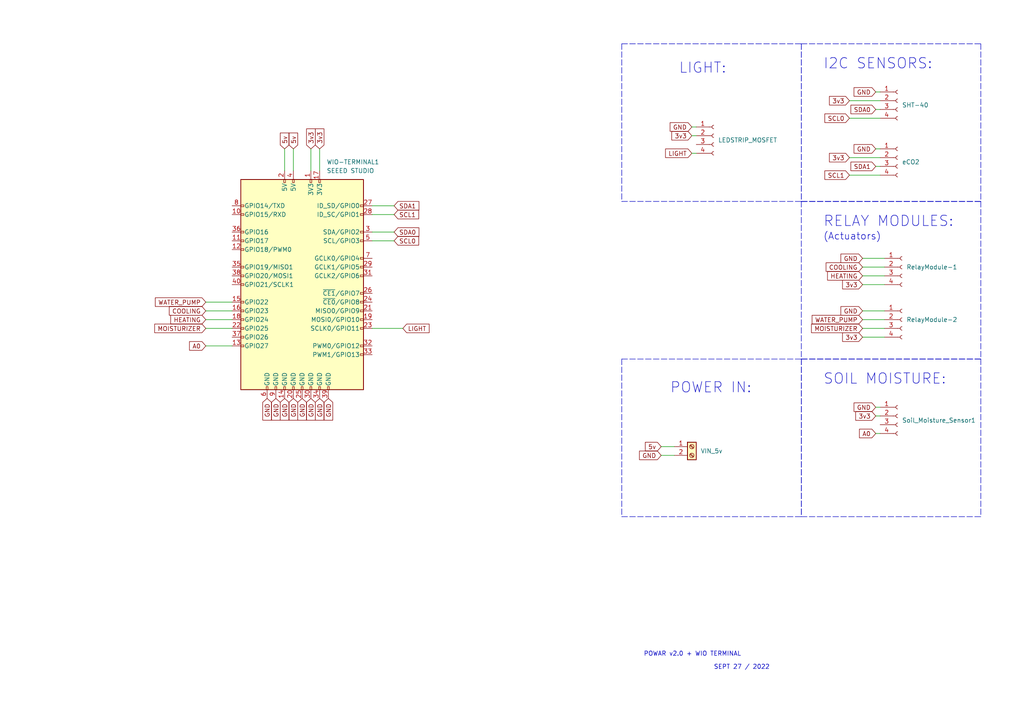
<source format=kicad_sch>
(kicad_sch (version 20211123) (generator eeschema)

  (uuid a9f1ac8b-aa37-4e71-9d71-e8ddd88ede2f)

  (paper "A4")

  (lib_symbols
    (symbol "Connector:Conn_01x04_Female" (pin_names (offset 1.016) hide) (in_bom yes) (on_board yes)
      (property "Reference" "J" (id 0) (at 0 5.08 0)
        (effects (font (size 1.27 1.27)))
      )
      (property "Value" "Conn_01x04_Female" (id 1) (at 0 -7.62 0)
        (effects (font (size 1.27 1.27)))
      )
      (property "Footprint" "" (id 2) (at 0 0 0)
        (effects (font (size 1.27 1.27)) hide)
      )
      (property "Datasheet" "~" (id 3) (at 0 0 0)
        (effects (font (size 1.27 1.27)) hide)
      )
      (property "ki_keywords" "connector" (id 4) (at 0 0 0)
        (effects (font (size 1.27 1.27)) hide)
      )
      (property "ki_description" "Generic connector, single row, 01x04, script generated (kicad-library-utils/schlib/autogen/connector/)" (id 5) (at 0 0 0)
        (effects (font (size 1.27 1.27)) hide)
      )
      (property "ki_fp_filters" "Connector*:*_1x??_*" (id 6) (at 0 0 0)
        (effects (font (size 1.27 1.27)) hide)
      )
      (symbol "Conn_01x04_Female_1_1"
        (arc (start 0 -4.572) (mid -0.508 -5.08) (end 0 -5.588)
          (stroke (width 0.1524) (type default) (color 0 0 0 0))
          (fill (type none))
        )
        (arc (start 0 -2.032) (mid -0.508 -2.54) (end 0 -3.048)
          (stroke (width 0.1524) (type default) (color 0 0 0 0))
          (fill (type none))
        )
        (polyline
          (pts
            (xy -1.27 -5.08)
            (xy -0.508 -5.08)
          )
          (stroke (width 0.1524) (type default) (color 0 0 0 0))
          (fill (type none))
        )
        (polyline
          (pts
            (xy -1.27 -2.54)
            (xy -0.508 -2.54)
          )
          (stroke (width 0.1524) (type default) (color 0 0 0 0))
          (fill (type none))
        )
        (polyline
          (pts
            (xy -1.27 0)
            (xy -0.508 0)
          )
          (stroke (width 0.1524) (type default) (color 0 0 0 0))
          (fill (type none))
        )
        (polyline
          (pts
            (xy -1.27 2.54)
            (xy -0.508 2.54)
          )
          (stroke (width 0.1524) (type default) (color 0 0 0 0))
          (fill (type none))
        )
        (arc (start 0 0.508) (mid -0.508 0) (end 0 -0.508)
          (stroke (width 0.1524) (type default) (color 0 0 0 0))
          (fill (type none))
        )
        (arc (start 0 3.048) (mid -0.508 2.54) (end 0 2.032)
          (stroke (width 0.1524) (type default) (color 0 0 0 0))
          (fill (type none))
        )
        (pin passive line (at -5.08 2.54 0) (length 3.81)
          (name "Pin_1" (effects (font (size 1.27 1.27))))
          (number "1" (effects (font (size 1.27 1.27))))
        )
        (pin passive line (at -5.08 0 0) (length 3.81)
          (name "Pin_2" (effects (font (size 1.27 1.27))))
          (number "2" (effects (font (size 1.27 1.27))))
        )
        (pin passive line (at -5.08 -2.54 0) (length 3.81)
          (name "Pin_3" (effects (font (size 1.27 1.27))))
          (number "3" (effects (font (size 1.27 1.27))))
        )
        (pin passive line (at -5.08 -5.08 0) (length 3.81)
          (name "Pin_4" (effects (font (size 1.27 1.27))))
          (number "4" (effects (font (size 1.27 1.27))))
        )
      )
    )
    (symbol "Connector:Raspberry_Pi_2_3" (pin_names (offset 1.016)) (in_bom yes) (on_board yes)
      (property "Reference" "J" (id 0) (at -17.78 31.75 0)
        (effects (font (size 1.27 1.27)) (justify left bottom))
      )
      (property "Value" "Raspberry_Pi_2_3" (id 1) (at 10.16 -31.75 0)
        (effects (font (size 1.27 1.27)) (justify left top))
      )
      (property "Footprint" "" (id 2) (at 0 0 0)
        (effects (font (size 1.27 1.27)) hide)
      )
      (property "Datasheet" "https://www.raspberrypi.org/documentation/hardware/raspberrypi/schematics/rpi_SCH_3bplus_1p0_reduced.pdf" (id 3) (at 0 0 0)
        (effects (font (size 1.27 1.27)) hide)
      )
      (property "ki_keywords" "raspberrypi gpio" (id 4) (at 0 0 0)
        (effects (font (size 1.27 1.27)) hide)
      )
      (property "ki_description" "expansion header for Raspberry Pi 2 & 3" (id 5) (at 0 0 0)
        (effects (font (size 1.27 1.27)) hide)
      )
      (property "ki_fp_filters" "PinHeader*2x20*P2.54mm*Vertical* PinSocket*2x20*P2.54mm*Vertical*" (id 6) (at 0 0 0)
        (effects (font (size 1.27 1.27)) hide)
      )
      (symbol "Raspberry_Pi_2_3_0_1"
        (rectangle (start -17.78 30.48) (end 17.78 -30.48)
          (stroke (width 0.254) (type default) (color 0 0 0 0))
          (fill (type background))
        )
      )
      (symbol "Raspberry_Pi_2_3_1_1"
        (rectangle (start -16.891 -17.526) (end -17.78 -18.034)
          (stroke (width 0) (type default) (color 0 0 0 0))
          (fill (type none))
        )
        (rectangle (start -16.891 -14.986) (end -17.78 -15.494)
          (stroke (width 0) (type default) (color 0 0 0 0))
          (fill (type none))
        )
        (rectangle (start -16.891 -12.446) (end -17.78 -12.954)
          (stroke (width 0) (type default) (color 0 0 0 0))
          (fill (type none))
        )
        (rectangle (start -16.891 -9.906) (end -17.78 -10.414)
          (stroke (width 0) (type default) (color 0 0 0 0))
          (fill (type none))
        )
        (rectangle (start -16.891 -7.366) (end -17.78 -7.874)
          (stroke (width 0) (type default) (color 0 0 0 0))
          (fill (type none))
        )
        (rectangle (start -16.891 -4.826) (end -17.78 -5.334)
          (stroke (width 0) (type default) (color 0 0 0 0))
          (fill (type none))
        )
        (rectangle (start -16.891 0.254) (end -17.78 -0.254)
          (stroke (width 0) (type default) (color 0 0 0 0))
          (fill (type none))
        )
        (rectangle (start -16.891 2.794) (end -17.78 2.286)
          (stroke (width 0) (type default) (color 0 0 0 0))
          (fill (type none))
        )
        (rectangle (start -16.891 5.334) (end -17.78 4.826)
          (stroke (width 0) (type default) (color 0 0 0 0))
          (fill (type none))
        )
        (rectangle (start -16.891 10.414) (end -17.78 9.906)
          (stroke (width 0) (type default) (color 0 0 0 0))
          (fill (type none))
        )
        (rectangle (start -16.891 12.954) (end -17.78 12.446)
          (stroke (width 0) (type default) (color 0 0 0 0))
          (fill (type none))
        )
        (rectangle (start -16.891 15.494) (end -17.78 14.986)
          (stroke (width 0) (type default) (color 0 0 0 0))
          (fill (type none))
        )
        (rectangle (start -16.891 20.574) (end -17.78 20.066)
          (stroke (width 0) (type default) (color 0 0 0 0))
          (fill (type none))
        )
        (rectangle (start -16.891 23.114) (end -17.78 22.606)
          (stroke (width 0) (type default) (color 0 0 0 0))
          (fill (type none))
        )
        (rectangle (start -10.414 -29.591) (end -9.906 -30.48)
          (stroke (width 0) (type default) (color 0 0 0 0))
          (fill (type none))
        )
        (rectangle (start -7.874 -29.591) (end -7.366 -30.48)
          (stroke (width 0) (type default) (color 0 0 0 0))
          (fill (type none))
        )
        (rectangle (start -5.334 -29.591) (end -4.826 -30.48)
          (stroke (width 0) (type default) (color 0 0 0 0))
          (fill (type none))
        )
        (rectangle (start -5.334 30.48) (end -4.826 29.591)
          (stroke (width 0) (type default) (color 0 0 0 0))
          (fill (type none))
        )
        (rectangle (start -2.794 -29.591) (end -2.286 -30.48)
          (stroke (width 0) (type default) (color 0 0 0 0))
          (fill (type none))
        )
        (rectangle (start -2.794 30.48) (end -2.286 29.591)
          (stroke (width 0) (type default) (color 0 0 0 0))
          (fill (type none))
        )
        (rectangle (start -0.254 -29.591) (end 0.254 -30.48)
          (stroke (width 0) (type default) (color 0 0 0 0))
          (fill (type none))
        )
        (rectangle (start 2.286 -29.591) (end 2.794 -30.48)
          (stroke (width 0) (type default) (color 0 0 0 0))
          (fill (type none))
        )
        (rectangle (start 2.286 30.48) (end 2.794 29.591)
          (stroke (width 0) (type default) (color 0 0 0 0))
          (fill (type none))
        )
        (rectangle (start 4.826 -29.591) (end 5.334 -30.48)
          (stroke (width 0) (type default) (color 0 0 0 0))
          (fill (type none))
        )
        (rectangle (start 4.826 30.48) (end 5.334 29.591)
          (stroke (width 0) (type default) (color 0 0 0 0))
          (fill (type none))
        )
        (rectangle (start 7.366 -29.591) (end 7.874 -30.48)
          (stroke (width 0) (type default) (color 0 0 0 0))
          (fill (type none))
        )
        (rectangle (start 17.78 -20.066) (end 16.891 -20.574)
          (stroke (width 0) (type default) (color 0 0 0 0))
          (fill (type none))
        )
        (rectangle (start 17.78 -17.526) (end 16.891 -18.034)
          (stroke (width 0) (type default) (color 0 0 0 0))
          (fill (type none))
        )
        (rectangle (start 17.78 -12.446) (end 16.891 -12.954)
          (stroke (width 0) (type default) (color 0 0 0 0))
          (fill (type none))
        )
        (rectangle (start 17.78 -9.906) (end 16.891 -10.414)
          (stroke (width 0) (type default) (color 0 0 0 0))
          (fill (type none))
        )
        (rectangle (start 17.78 -7.366) (end 16.891 -7.874)
          (stroke (width 0) (type default) (color 0 0 0 0))
          (fill (type none))
        )
        (rectangle (start 17.78 -4.826) (end 16.891 -5.334)
          (stroke (width 0) (type default) (color 0 0 0 0))
          (fill (type none))
        )
        (rectangle (start 17.78 -2.286) (end 16.891 -2.794)
          (stroke (width 0) (type default) (color 0 0 0 0))
          (fill (type none))
        )
        (rectangle (start 17.78 2.794) (end 16.891 2.286)
          (stroke (width 0) (type default) (color 0 0 0 0))
          (fill (type none))
        )
        (rectangle (start 17.78 5.334) (end 16.891 4.826)
          (stroke (width 0) (type default) (color 0 0 0 0))
          (fill (type none))
        )
        (rectangle (start 17.78 7.874) (end 16.891 7.366)
          (stroke (width 0) (type default) (color 0 0 0 0))
          (fill (type none))
        )
        (rectangle (start 17.78 12.954) (end 16.891 12.446)
          (stroke (width 0) (type default) (color 0 0 0 0))
          (fill (type none))
        )
        (rectangle (start 17.78 15.494) (end 16.891 14.986)
          (stroke (width 0) (type default) (color 0 0 0 0))
          (fill (type none))
        )
        (rectangle (start 17.78 20.574) (end 16.891 20.066)
          (stroke (width 0) (type default) (color 0 0 0 0))
          (fill (type none))
        )
        (rectangle (start 17.78 23.114) (end 16.891 22.606)
          (stroke (width 0) (type default) (color 0 0 0 0))
          (fill (type none))
        )
        (pin power_in line (at 2.54 33.02 270) (length 2.54)
          (name "3V3" (effects (font (size 1.27 1.27))))
          (number "1" (effects (font (size 1.27 1.27))))
        )
        (pin bidirectional line (at -20.32 20.32 0) (length 2.54)
          (name "GPIO15/RXD" (effects (font (size 1.27 1.27))))
          (number "10" (effects (font (size 1.27 1.27))))
        )
        (pin bidirectional line (at -20.32 12.7 0) (length 2.54)
          (name "GPIO17" (effects (font (size 1.27 1.27))))
          (number "11" (effects (font (size 1.27 1.27))))
        )
        (pin bidirectional line (at -20.32 10.16 0) (length 2.54)
          (name "GPIO18/PWM0" (effects (font (size 1.27 1.27))))
          (number "12" (effects (font (size 1.27 1.27))))
        )
        (pin bidirectional line (at -20.32 -17.78 0) (length 2.54)
          (name "GPIO27" (effects (font (size 1.27 1.27))))
          (number "13" (effects (font (size 1.27 1.27))))
        )
        (pin power_in line (at -5.08 -33.02 90) (length 2.54)
          (name "GND" (effects (font (size 1.27 1.27))))
          (number "14" (effects (font (size 1.27 1.27))))
        )
        (pin bidirectional line (at -20.32 -5.08 0) (length 2.54)
          (name "GPIO22" (effects (font (size 1.27 1.27))))
          (number "15" (effects (font (size 1.27 1.27))))
        )
        (pin bidirectional line (at -20.32 -7.62 0) (length 2.54)
          (name "GPIO23" (effects (font (size 1.27 1.27))))
          (number "16" (effects (font (size 1.27 1.27))))
        )
        (pin power_in line (at 5.08 33.02 270) (length 2.54)
          (name "3V3" (effects (font (size 1.27 1.27))))
          (number "17" (effects (font (size 1.27 1.27))))
        )
        (pin bidirectional line (at -20.32 -10.16 0) (length 2.54)
          (name "GPIO24" (effects (font (size 1.27 1.27))))
          (number "18" (effects (font (size 1.27 1.27))))
        )
        (pin bidirectional line (at 20.32 -10.16 180) (length 2.54)
          (name "MOSI0/GPIO10" (effects (font (size 1.27 1.27))))
          (number "19" (effects (font (size 1.27 1.27))))
        )
        (pin power_in line (at -5.08 33.02 270) (length 2.54)
          (name "5V" (effects (font (size 1.27 1.27))))
          (number "2" (effects (font (size 1.27 1.27))))
        )
        (pin power_in line (at -2.54 -33.02 90) (length 2.54)
          (name "GND" (effects (font (size 1.27 1.27))))
          (number "20" (effects (font (size 1.27 1.27))))
        )
        (pin bidirectional line (at 20.32 -7.62 180) (length 2.54)
          (name "MISO0/GPIO9" (effects (font (size 1.27 1.27))))
          (number "21" (effects (font (size 1.27 1.27))))
        )
        (pin bidirectional line (at -20.32 -12.7 0) (length 2.54)
          (name "GPIO25" (effects (font (size 1.27 1.27))))
          (number "22" (effects (font (size 1.27 1.27))))
        )
        (pin bidirectional line (at 20.32 -12.7 180) (length 2.54)
          (name "SCLK0/GPIO11" (effects (font (size 1.27 1.27))))
          (number "23" (effects (font (size 1.27 1.27))))
        )
        (pin bidirectional line (at 20.32 -5.08 180) (length 2.54)
          (name "~{CE0}/GPIO8" (effects (font (size 1.27 1.27))))
          (number "24" (effects (font (size 1.27 1.27))))
        )
        (pin power_in line (at 0 -33.02 90) (length 2.54)
          (name "GND" (effects (font (size 1.27 1.27))))
          (number "25" (effects (font (size 1.27 1.27))))
        )
        (pin bidirectional line (at 20.32 -2.54 180) (length 2.54)
          (name "~{CE1}/GPIO7" (effects (font (size 1.27 1.27))))
          (number "26" (effects (font (size 1.27 1.27))))
        )
        (pin bidirectional line (at 20.32 22.86 180) (length 2.54)
          (name "ID_SD/GPIO0" (effects (font (size 1.27 1.27))))
          (number "27" (effects (font (size 1.27 1.27))))
        )
        (pin bidirectional line (at 20.32 20.32 180) (length 2.54)
          (name "ID_SC/GPIO1" (effects (font (size 1.27 1.27))))
          (number "28" (effects (font (size 1.27 1.27))))
        )
        (pin bidirectional line (at 20.32 5.08 180) (length 2.54)
          (name "GCLK1/GPIO5" (effects (font (size 1.27 1.27))))
          (number "29" (effects (font (size 1.27 1.27))))
        )
        (pin bidirectional line (at 20.32 15.24 180) (length 2.54)
          (name "SDA/GPIO2" (effects (font (size 1.27 1.27))))
          (number "3" (effects (font (size 1.27 1.27))))
        )
        (pin power_in line (at 2.54 -33.02 90) (length 2.54)
          (name "GND" (effects (font (size 1.27 1.27))))
          (number "30" (effects (font (size 1.27 1.27))))
        )
        (pin bidirectional line (at 20.32 2.54 180) (length 2.54)
          (name "GCLK2/GPIO6" (effects (font (size 1.27 1.27))))
          (number "31" (effects (font (size 1.27 1.27))))
        )
        (pin bidirectional line (at 20.32 -17.78 180) (length 2.54)
          (name "PWM0/GPIO12" (effects (font (size 1.27 1.27))))
          (number "32" (effects (font (size 1.27 1.27))))
        )
        (pin bidirectional line (at 20.32 -20.32 180) (length 2.54)
          (name "PWM1/GPIO13" (effects (font (size 1.27 1.27))))
          (number "33" (effects (font (size 1.27 1.27))))
        )
        (pin power_in line (at 5.08 -33.02 90) (length 2.54)
          (name "GND" (effects (font (size 1.27 1.27))))
          (number "34" (effects (font (size 1.27 1.27))))
        )
        (pin bidirectional line (at -20.32 5.08 0) (length 2.54)
          (name "GPIO19/MISO1" (effects (font (size 1.27 1.27))))
          (number "35" (effects (font (size 1.27 1.27))))
        )
        (pin bidirectional line (at -20.32 15.24 0) (length 2.54)
          (name "GPIO16" (effects (font (size 1.27 1.27))))
          (number "36" (effects (font (size 1.27 1.27))))
        )
        (pin bidirectional line (at -20.32 -15.24 0) (length 2.54)
          (name "GPIO26" (effects (font (size 1.27 1.27))))
          (number "37" (effects (font (size 1.27 1.27))))
        )
        (pin bidirectional line (at -20.32 2.54 0) (length 2.54)
          (name "GPIO20/MOSI1" (effects (font (size 1.27 1.27))))
          (number "38" (effects (font (size 1.27 1.27))))
        )
        (pin power_in line (at 7.62 -33.02 90) (length 2.54)
          (name "GND" (effects (font (size 1.27 1.27))))
          (number "39" (effects (font (size 1.27 1.27))))
        )
        (pin power_in line (at -2.54 33.02 270) (length 2.54)
          (name "5V" (effects (font (size 1.27 1.27))))
          (number "4" (effects (font (size 1.27 1.27))))
        )
        (pin bidirectional line (at -20.32 0 0) (length 2.54)
          (name "GPIO21/SCLK1" (effects (font (size 1.27 1.27))))
          (number "40" (effects (font (size 1.27 1.27))))
        )
        (pin bidirectional line (at 20.32 12.7 180) (length 2.54)
          (name "SCL/GPIO3" (effects (font (size 1.27 1.27))))
          (number "5" (effects (font (size 1.27 1.27))))
        )
        (pin power_in line (at -10.16 -33.02 90) (length 2.54)
          (name "GND" (effects (font (size 1.27 1.27))))
          (number "6" (effects (font (size 1.27 1.27))))
        )
        (pin bidirectional line (at 20.32 7.62 180) (length 2.54)
          (name "GCLK0/GPIO4" (effects (font (size 1.27 1.27))))
          (number "7" (effects (font (size 1.27 1.27))))
        )
        (pin bidirectional line (at -20.32 22.86 0) (length 2.54)
          (name "GPIO14/TXD" (effects (font (size 1.27 1.27))))
          (number "8" (effects (font (size 1.27 1.27))))
        )
        (pin power_in line (at -7.62 -33.02 90) (length 2.54)
          (name "GND" (effects (font (size 1.27 1.27))))
          (number "9" (effects (font (size 1.27 1.27))))
        )
      )
    )
    (symbol "Connector:Screw_Terminal_01x02" (pin_names (offset 1.016) hide) (in_bom yes) (on_board yes)
      (property "Reference" "J" (id 0) (at 0 2.54 0)
        (effects (font (size 1.27 1.27)))
      )
      (property "Value" "Screw_Terminal_01x02" (id 1) (at 0 -5.08 0)
        (effects (font (size 1.27 1.27)))
      )
      (property "Footprint" "" (id 2) (at 0 0 0)
        (effects (font (size 1.27 1.27)) hide)
      )
      (property "Datasheet" "~" (id 3) (at 0 0 0)
        (effects (font (size 1.27 1.27)) hide)
      )
      (property "ki_keywords" "screw terminal" (id 4) (at 0 0 0)
        (effects (font (size 1.27 1.27)) hide)
      )
      (property "ki_description" "Generic screw terminal, single row, 01x02, script generated (kicad-library-utils/schlib/autogen/connector/)" (id 5) (at 0 0 0)
        (effects (font (size 1.27 1.27)) hide)
      )
      (property "ki_fp_filters" "TerminalBlock*:*" (id 6) (at 0 0 0)
        (effects (font (size 1.27 1.27)) hide)
      )
      (symbol "Screw_Terminal_01x02_1_1"
        (rectangle (start -1.27 1.27) (end 1.27 -3.81)
          (stroke (width 0.254) (type default) (color 0 0 0 0))
          (fill (type background))
        )
        (circle (center 0 -2.54) (radius 0.635)
          (stroke (width 0.1524) (type default) (color 0 0 0 0))
          (fill (type none))
        )
        (polyline
          (pts
            (xy -0.5334 -2.2098)
            (xy 0.3302 -3.048)
          )
          (stroke (width 0.1524) (type default) (color 0 0 0 0))
          (fill (type none))
        )
        (polyline
          (pts
            (xy -0.5334 0.3302)
            (xy 0.3302 -0.508)
          )
          (stroke (width 0.1524) (type default) (color 0 0 0 0))
          (fill (type none))
        )
        (polyline
          (pts
            (xy -0.3556 -2.032)
            (xy 0.508 -2.8702)
          )
          (stroke (width 0.1524) (type default) (color 0 0 0 0))
          (fill (type none))
        )
        (polyline
          (pts
            (xy -0.3556 0.508)
            (xy 0.508 -0.3302)
          )
          (stroke (width 0.1524) (type default) (color 0 0 0 0))
          (fill (type none))
        )
        (circle (center 0 0) (radius 0.635)
          (stroke (width 0.1524) (type default) (color 0 0 0 0))
          (fill (type none))
        )
        (pin passive line (at -5.08 0 0) (length 3.81)
          (name "Pin_1" (effects (font (size 1.27 1.27))))
          (number "1" (effects (font (size 1.27 1.27))))
        )
        (pin passive line (at -5.08 -2.54 0) (length 3.81)
          (name "Pin_2" (effects (font (size 1.27 1.27))))
          (number "2" (effects (font (size 1.27 1.27))))
        )
      )
    )
  )


  (polyline (pts (xy 232.41 58.42) (xy 284.48 58.42))
    (stroke (width 0) (type default) (color 0 0 0 0))
    (uuid 01fe5a86-b491-455d-9cbc-cd2fe421bc35)
  )
  (polyline (pts (xy 180.34 149.86) (xy 232.41 149.86))
    (stroke (width 0) (type default) (color 0 0 0 0))
    (uuid 02246f7e-91af-4f56-bffb-82b87980e17f)
  )
  (polyline (pts (xy 180.34 104.14) (xy 232.41 104.14))
    (stroke (width 0) (type default) (color 0 0 0 0))
    (uuid 0e1b763f-e172-4a75-863a-692ca9ffd71d)
  )

  (wire (pts (xy 254 48.26) (xy 255.27 48.26))
    (stroke (width 0) (type default) (color 0 0 0 0))
    (uuid 101252c7-5541-4fb4-b612-b5715294fb74)
  )
  (wire (pts (xy 246.38 50.8) (xy 255.27 50.8))
    (stroke (width 0) (type default) (color 0 0 0 0))
    (uuid 16720077-cee2-41b6-b47d-c277d9766214)
  )
  (wire (pts (xy 116.84 95.25) (xy 107.95 95.25))
    (stroke (width 0) (type default) (color 0 0 0 0))
    (uuid 176d7d49-df72-49da-8e08-3814a5d8088f)
  )
  (wire (pts (xy 250.19 74.93) (xy 256.54 74.93))
    (stroke (width 0) (type default) (color 0 0 0 0))
    (uuid 25972bf9-cd9d-4498-822b-345c08cf3756)
  )
  (wire (pts (xy 114.3 67.31) (xy 107.95 67.31))
    (stroke (width 0) (type default) (color 0 0 0 0))
    (uuid 29a94f86-b319-41bb-bc17-bcd28d800cd3)
  )
  (wire (pts (xy 82.55 43.18) (xy 82.55 49.53))
    (stroke (width 0) (type default) (color 0 0 0 0))
    (uuid 3a7d9df6-ab0b-4b51-aade-1b86f859efb2)
  )
  (polyline (pts (xy 232.41 104.14) (xy 284.48 104.14))
    (stroke (width 0) (type default) (color 0 0 0 0))
    (uuid 3efbf7d1-b1bb-4326-8bc9-2dff2b43908c)
  )

  (wire (pts (xy 250.19 90.17) (xy 256.54 90.17))
    (stroke (width 0) (type default) (color 0 0 0 0))
    (uuid 4cdd3a0a-c5ed-48ea-b141-8a0ec3559b09)
  )
  (wire (pts (xy 59.69 100.33) (xy 67.31 100.33))
    (stroke (width 0) (type default) (color 0 0 0 0))
    (uuid 4e733330-1a9a-4498-818e-3321a674e54f)
  )
  (polyline (pts (xy 180.34 104.14) (xy 180.34 149.86))
    (stroke (width 0) (type default) (color 0 0 0 0))
    (uuid 508086bc-7d97-4d0b-aa99-73238e0bcf9b)
  )

  (wire (pts (xy 59.69 92.71) (xy 67.31 92.71))
    (stroke (width 0) (type default) (color 0 0 0 0))
    (uuid 57aaaeb5-623a-4391-b2da-78ef2460c1ac)
  )
  (wire (pts (xy 250.19 92.71) (xy 256.54 92.71))
    (stroke (width 0) (type default) (color 0 0 0 0))
    (uuid 58fae73d-76f9-4ee2-8554-007972e78e9c)
  )
  (wire (pts (xy 250.19 82.55) (xy 256.54 82.55))
    (stroke (width 0) (type default) (color 0 0 0 0))
    (uuid 5be2e9d7-4b43-4ac0-a13b-e5f4b3f0448a)
  )
  (wire (pts (xy 250.19 77.47) (xy 256.54 77.47))
    (stroke (width 0) (type default) (color 0 0 0 0))
    (uuid 638926e6-5a09-4a82-9fbd-b7292f008fd6)
  )
  (polyline (pts (xy 232.41 149.86) (xy 284.48 149.86))
    (stroke (width 0) (type default) (color 0 0 0 0))
    (uuid 641e4d54-4800-4e60-a476-b93371794a4c)
  )

  (wire (pts (xy 246.38 29.21) (xy 255.27 29.21))
    (stroke (width 0) (type default) (color 0 0 0 0))
    (uuid 6b0c5244-6889-44b2-b0ae-482d4566b0ed)
  )
  (polyline (pts (xy 232.41 12.7) (xy 232.41 58.42))
    (stroke (width 0) (type default) (color 0 0 0 0))
    (uuid 6ce83751-8518-478b-8a32-81543cbf0cc1)
  )
  (polyline (pts (xy 180.34 12.7) (xy 232.41 12.7))
    (stroke (width 0) (type default) (color 0 0 0 0))
    (uuid 72800f90-edee-4439-a086-457eaa9778a9)
  )

  (wire (pts (xy 191.77 132.08) (xy 195.58 132.08))
    (stroke (width 0) (type default) (color 0 0 0 0))
    (uuid 828fc966-79eb-4a0e-8c6c-79fdefd838cd)
  )
  (wire (pts (xy 114.3 69.85) (xy 107.95 69.85))
    (stroke (width 0) (type default) (color 0 0 0 0))
    (uuid 8369ef6a-e3e8-47a9-963b-82377916d594)
  )
  (wire (pts (xy 59.69 87.63) (xy 67.31 87.63))
    (stroke (width 0) (type default) (color 0 0 0 0))
    (uuid 836c9ae6-58d8-4a3b-b00e-7d3c614eb51f)
  )
  (polyline (pts (xy 284.48 58.42) (xy 232.41 58.42))
    (stroke (width 0) (type default) (color 0 0 0 0))
    (uuid 838f4e92-9ccf-43c9-a27b-cd743c5080fd)
  )
  (polyline (pts (xy 232.41 104.14) (xy 232.41 149.86))
    (stroke (width 0) (type default) (color 0 0 0 0))
    (uuid 844e9774-b320-479f-aeea-6152f7273983)
  )

  (wire (pts (xy 200.66 39.37) (xy 201.93 39.37))
    (stroke (width 0) (type default) (color 0 0 0 0))
    (uuid 85797524-20ad-489a-9ee9-c6674b763a3a)
  )
  (wire (pts (xy 254 118.11) (xy 255.27 118.11))
    (stroke (width 0) (type default) (color 0 0 0 0))
    (uuid 85a75781-b98d-406f-9d62-d24a36667b31)
  )
  (polyline (pts (xy 284.48 104.14) (xy 284.48 149.86))
    (stroke (width 0) (type default) (color 0 0 0 0))
    (uuid 894b1fdd-e2c4-495a-abeb-263d72d772cf)
  )

  (wire (pts (xy 254 125.73) (xy 255.27 125.73))
    (stroke (width 0) (type default) (color 0 0 0 0))
    (uuid 8d36d3e0-02d5-4caf-a8af-522ed09a4147)
  )
  (wire (pts (xy 200.66 36.83) (xy 201.93 36.83))
    (stroke (width 0) (type default) (color 0 0 0 0))
    (uuid 8df0d832-efa5-4ee6-b42c-b81d1bef9f55)
  )
  (wire (pts (xy 246.38 45.72) (xy 255.27 45.72))
    (stroke (width 0) (type default) (color 0 0 0 0))
    (uuid 955bb67e-c2ce-4349-b40a-5a2644de086a)
  )
  (wire (pts (xy 114.3 62.23) (xy 107.95 62.23))
    (stroke (width 0) (type default) (color 0 0 0 0))
    (uuid 98f0a583-98bb-4011-932c-054423ab98ab)
  )
  (wire (pts (xy 191.77 129.54) (xy 195.58 129.54))
    (stroke (width 0) (type default) (color 0 0 0 0))
    (uuid a2b77332-009b-4816-9b3b-b63c736f4efc)
  )
  (wire (pts (xy 254 26.67) (xy 255.27 26.67))
    (stroke (width 0) (type default) (color 0 0 0 0))
    (uuid a3aa15d5-fe97-49e5-a285-ae237dc274c0)
  )
  (polyline (pts (xy 232.41 104.14) (xy 232.41 149.86))
    (stroke (width 0) (type default) (color 0 0 0 0))
    (uuid a4e662df-7c65-451f-ae2d-8d39e52b93e0)
  )
  (polyline (pts (xy 180.34 58.42) (xy 232.41 58.42))
    (stroke (width 0) (type default) (color 0 0 0 0))
    (uuid a564016e-4e61-45f2-be01-2e2e7d214022)
  )

  (wire (pts (xy 200.66 44.45) (xy 201.93 44.45))
    (stroke (width 0) (type default) (color 0 0 0 0))
    (uuid aa1331a9-8985-46d1-afcd-8e5cb3295f62)
  )
  (wire (pts (xy 92.71 43.18) (xy 92.71 49.53))
    (stroke (width 0) (type default) (color 0 0 0 0))
    (uuid ab7c5d04-673a-415a-a469-8e0e8956d500)
  )
  (polyline (pts (xy 232.41 104.14) (xy 232.41 149.86))
    (stroke (width 0) (type default) (color 0 0 0 0))
    (uuid b22fb653-f9c2-49fd-97ff-9bdd663ac2ff)
  )
  (polyline (pts (xy 232.41 12.7) (xy 232.41 58.42))
    (stroke (width 0) (type default) (color 0 0 0 0))
    (uuid b452b29b-272e-49f7-8922-867228b4eba1)
  )
  (polyline (pts (xy 232.41 12.7) (xy 284.48 12.7))
    (stroke (width 0) (type default) (color 0 0 0 0))
    (uuid b6a1ffe6-d9b4-4285-9cd8-c4419ec42a3a)
  )

  (wire (pts (xy 250.19 97.79) (xy 256.54 97.79))
    (stroke (width 0) (type default) (color 0 0 0 0))
    (uuid b980210f-44fb-41fa-97a7-3495dd9a96fe)
  )
  (wire (pts (xy 254 31.75) (xy 255.27 31.75))
    (stroke (width 0) (type default) (color 0 0 0 0))
    (uuid ba639635-242f-48e3-b58a-f7f3629eb222)
  )
  (polyline (pts (xy 284.48 104.14) (xy 232.41 104.14))
    (stroke (width 0) (type default) (color 0 0 0 0))
    (uuid bd2179db-912b-416d-b05a-1985e165b862)
  )

  (wire (pts (xy 59.69 95.25) (xy 67.31 95.25))
    (stroke (width 0) (type default) (color 0 0 0 0))
    (uuid bd50939f-0809-461d-85db-35882b765c74)
  )
  (wire (pts (xy 246.38 34.29) (xy 255.27 34.29))
    (stroke (width 0) (type default) (color 0 0 0 0))
    (uuid c18bc46a-b24b-427e-afb5-0f7eb9182f8b)
  )
  (polyline (pts (xy 180.34 12.7) (xy 180.34 58.42))
    (stroke (width 0) (type default) (color 0 0 0 0))
    (uuid c695b848-9871-4532-bd30-349afe68cb6c)
  )
  (polyline (pts (xy 284.48 58.42) (xy 284.48 104.14))
    (stroke (width 0) (type default) (color 0 0 0 0))
    (uuid cccd0500-89dc-4d5f-97fb-dd0eb2d49920)
  )

  (wire (pts (xy 90.17 43.18) (xy 90.17 49.53))
    (stroke (width 0) (type default) (color 0 0 0 0))
    (uuid d1b5d56f-24be-4883-85ca-5b973d64814e)
  )
  (wire (pts (xy 250.19 80.01) (xy 256.54 80.01))
    (stroke (width 0) (type default) (color 0 0 0 0))
    (uuid d3ab374e-d322-4a38-8253-cc7bd4172889)
  )
  (wire (pts (xy 250.19 95.25) (xy 256.54 95.25))
    (stroke (width 0) (type default) (color 0 0 0 0))
    (uuid d4f7b861-2d47-421c-a3c0-cdb0ec595867)
  )
  (wire (pts (xy 114.3 59.69) (xy 107.95 59.69))
    (stroke (width 0) (type default) (color 0 0 0 0))
    (uuid d51ca443-4af9-4194-bb3a-e1fa88cc53f5)
  )
  (polyline (pts (xy 232.41 58.42) (xy 232.41 104.14))
    (stroke (width 0) (type default) (color 0 0 0 0))
    (uuid e067e4e3-13fd-4591-997a-b71a832b012c)
  )

  (wire (pts (xy 254 120.65) (xy 255.27 120.65))
    (stroke (width 0) (type default) (color 0 0 0 0))
    (uuid e068105f-6089-4e45-8ddb-83ddb0cdfc43)
  )
  (wire (pts (xy 85.09 43.18) (xy 85.09 49.53))
    (stroke (width 0) (type default) (color 0 0 0 0))
    (uuid e3e4e8fb-b6c9-4031-8072-15815b662421)
  )
  (polyline (pts (xy 284.48 12.7) (xy 284.48 58.42))
    (stroke (width 0) (type default) (color 0 0 0 0))
    (uuid f5d743a6-e36e-42ae-a5bd-651251bdf959)
  )

  (wire (pts (xy 254 43.18) (xy 255.27 43.18))
    (stroke (width 0) (type default) (color 0 0 0 0))
    (uuid fa45555c-3dd5-48a8-a1e4-db2c30e65fb0)
  )
  (wire (pts (xy 59.69 90.17) (xy 67.31 90.17))
    (stroke (width 0) (type default) (color 0 0 0 0))
    (uuid fe19fa15-1f25-41e1-aefb-903d0bf8d54c)
  )

  (text "POWER IN:" (at 194.31 114.3 0)
    (effects (font (size 3 3)) (justify left bottom))
    (uuid 2991d7a5-bf4f-4087-b2a7-53e2c5f1c38e)
  )
  (text "SOIL MOISTURE:" (at 238.76 111.76 0)
    (effects (font (size 3 3)) (justify left bottom))
    (uuid 42a3b392-b2a6-4edd-a083-d4e699fea06e)
  )
  (text "POWAR v2.0 + WIO TERMINAL" (at 186.69 190.5 0)
    (effects (font (size 1.27 1.27)) (justify left bottom))
    (uuid 4f478d03-1bad-4435-9846-c091a49dc2c6)
  )
  (text "(Actuators)" (at 238.76 69.85 0)
    (effects (font (size 2 2)) (justify left bottom))
    (uuid 723bbdea-2f68-48ba-a07b-fc04ea0031f4)
  )
  (text "I2C SENSORS:" (at 238.76 20.32 0)
    (effects (font (size 3 3)) (justify left bottom))
    (uuid 9df58379-9829-4a4b-acb1-2dc1633d3de9)
  )
  (text "SEPT 27 / 2022" (at 207.01 194.31 0)
    (effects (font (size 1.27 1.27)) (justify left bottom))
    (uuid abfd89de-d3a6-4d81-82a8-cb868be4f993)
  )
  (text "LIGHT:" (at 196.85 21.59 0)
    (effects (font (size 3 3)) (justify left bottom))
    (uuid ca06502a-e0cd-4bbc-ac4a-f9c56e7b270d)
  )
  (text "RELAY MODULES:" (at 238.76 66.04 0)
    (effects (font (size 3 3)) (justify left bottom))
    (uuid d851a495-218a-4d68-ab05-b58cb4b11f0d)
  )

  (global_label "GND" (shape input) (at 250.19 90.17 180) (fields_autoplaced)
    (effects (font (size 1.27 1.27)) (justify right))
    (uuid 051dd540-3001-40c2-bef0-4a07a4f0faf3)
    (property "Intersheet References" "${INTERSHEET_REFS}" (id 0) (at 243.9064 90.0906 0)
      (effects (font (size 1.27 1.27)) (justify right) hide)
    )
  )
  (global_label "GND" (shape input) (at 200.66 36.83 180) (fields_autoplaced)
    (effects (font (size 1.27 1.27)) (justify right))
    (uuid 060aaa41-3354-49c1-8214-130af3b92b44)
    (property "Intersheet References" "${INTERSHEET_REFS}" (id 0) (at 194.3764 36.7506 0)
      (effects (font (size 1.27 1.27)) (justify right) hide)
    )
  )
  (global_label "HEATING" (shape input) (at 59.69 92.71 180) (fields_autoplaced)
    (effects (font (size 1.27 1.27)) (justify right))
    (uuid 0ae39a76-3ad2-4155-b267-35eafdecd9a9)
    (property "Intersheet References" "${INTERSHEET_REFS}" (id 0) (at 49.5359 92.6306 0)
      (effects (font (size 1.27 1.27)) (justify right) hide)
    )
  )
  (global_label "GND" (shape input) (at 254 118.11 180) (fields_autoplaced)
    (effects (font (size 1.27 1.27)) (justify right))
    (uuid 0be635fa-ef73-4b66-8196-25c3ee8f8a18)
    (property "Intersheet References" "${INTERSHEET_REFS}" (id 0) (at 247.7164 118.0306 0)
      (effects (font (size 1.27 1.27)) (justify right) hide)
    )
  )
  (global_label "3v3" (shape input) (at 246.38 45.72 180) (fields_autoplaced)
    (effects (font (size 1.27 1.27)) (justify right))
    (uuid 0cf9e931-b53c-4587-9cb8-c6ef1b0fb669)
    (property "Intersheet References" "${INTERSHEET_REFS}" (id 0) (at 240.5802 45.6406 0)
      (effects (font (size 1.27 1.27)) (justify right) hide)
    )
  )
  (global_label "COOLING" (shape input) (at 250.19 77.47 180) (fields_autoplaced)
    (effects (font (size 1.27 1.27)) (justify right))
    (uuid 1285f2f8-7df4-404b-bb7a-67f06f44a663)
    (property "Intersheet References" "${INTERSHEET_REFS}" (id 0) (at 239.6126 77.3906 0)
      (effects (font (size 1.27 1.27)) (justify right) hide)
    )
  )
  (global_label "A0" (shape input) (at 254 125.73 180) (fields_autoplaced)
    (effects (font (size 1.27 1.27)) (justify right))
    (uuid 1cf54034-bd8a-40de-84a0-dfb6a98badff)
    (property "Intersheet References" "${INTERSHEET_REFS}" (id 0) (at 249.2888 125.6506 0)
      (effects (font (size 1.27 1.27)) (justify right) hide)
    )
  )
  (global_label "3v3" (shape input) (at 200.66 39.37 180) (fields_autoplaced)
    (effects (font (size 1.27 1.27)) (justify right))
    (uuid 1ee59af4-1625-4e15-9bb8-bea38c441d84)
    (property "Intersheet References" "${INTERSHEET_REFS}" (id 0) (at 194.8602 39.2906 0)
      (effects (font (size 1.27 1.27)) (justify right) hide)
    )
  )
  (global_label "MOISTURIZER" (shape input) (at 250.19 95.25 180) (fields_autoplaced)
    (effects (font (size 1.27 1.27)) (justify right))
    (uuid 20c6b6cf-6a0d-4a40-ba08-453dfc0ec24c)
    (property "Intersheet References" "${INTERSHEET_REFS}" (id 0) (at 235.3793 95.1706 0)
      (effects (font (size 1.27 1.27)) (justify right) hide)
    )
  )
  (global_label "3v3" (shape input) (at 250.19 82.55 180) (fields_autoplaced)
    (effects (font (size 1.27 1.27)) (justify right))
    (uuid 2b98a896-9db8-4339-8d77-1f80d83620bb)
    (property "Intersheet References" "${INTERSHEET_REFS}" (id 0) (at 244.3902 82.4706 0)
      (effects (font (size 1.27 1.27)) (justify right) hide)
    )
  )
  (global_label "SCL1" (shape input) (at 246.38 50.8 180) (fields_autoplaced)
    (effects (font (size 1.27 1.27)) (justify right))
    (uuid 2dd84f5d-35f0-42bd-be6b-91fdc8e39fdb)
    (property "Intersheet References" "${INTERSHEET_REFS}" (id 0) (at 239.2498 50.7206 0)
      (effects (font (size 1.27 1.27)) (justify right) hide)
    )
  )
  (global_label "5v" (shape input) (at 85.09 43.18 90) (fields_autoplaced)
    (effects (font (size 1.27 1.27)) (justify left))
    (uuid 2e912de6-4179-41b9-b52b-055d7fdf0b45)
    (property "Intersheet References" "${INTERSHEET_REFS}" (id 0) (at 85.0106 38.5898 90)
      (effects (font (size 1.27 1.27)) (justify left) hide)
    )
  )
  (global_label "SCL1" (shape input) (at 114.3 62.23 0) (fields_autoplaced)
    (effects (font (size 1.27 1.27)) (justify left))
    (uuid 2f82180d-5a58-4df5-86d0-bc247d90d0d9)
    (property "Intersheet References" "${INTERSHEET_REFS}" (id 0) (at 121.4302 62.1506 0)
      (effects (font (size 1.27 1.27)) (justify left) hide)
    )
  )
  (global_label "GND" (shape input) (at 87.63 115.57 270) (fields_autoplaced)
    (effects (font (size 1.27 1.27)) (justify right))
    (uuid 3946b684-6a2a-4f97-af5b-713b1e85de3d)
    (property "Intersheet References" "${INTERSHEET_REFS}" (id 0) (at 87.5506 121.8536 90)
      (effects (font (size 1.27 1.27)) (justify right) hide)
    )
  )
  (global_label "GND" (shape input) (at 254 43.18 180) (fields_autoplaced)
    (effects (font (size 1.27 1.27)) (justify right))
    (uuid 3b731858-2438-44fe-8a4b-ce5a936d7ccc)
    (property "Intersheet References" "${INTERSHEET_REFS}" (id 0) (at 247.7164 43.1006 0)
      (effects (font (size 1.27 1.27)) (justify right) hide)
    )
  )
  (global_label "GND" (shape input) (at 80.01 115.57 270) (fields_autoplaced)
    (effects (font (size 1.27 1.27)) (justify right))
    (uuid 41d00591-2931-4723-8fc2-aa304c36092a)
    (property "Intersheet References" "${INTERSHEET_REFS}" (id 0) (at 79.9306 121.8536 90)
      (effects (font (size 1.27 1.27)) (justify right) hide)
    )
  )
  (global_label "GND" (shape input) (at 85.09 115.57 270) (fields_autoplaced)
    (effects (font (size 1.27 1.27)) (justify right))
    (uuid 42270305-fbdf-4c1a-a8d1-852686e49464)
    (property "Intersheet References" "${INTERSHEET_REFS}" (id 0) (at 85.0106 121.8536 90)
      (effects (font (size 1.27 1.27)) (justify right) hide)
    )
  )
  (global_label "GND" (shape input) (at 191.77 132.08 180) (fields_autoplaced)
    (effects (font (size 1.27 1.27)) (justify right))
    (uuid 42938eaf-1f0a-4cdf-86bd-82772722c7b1)
    (property "Intersheet References" "${INTERSHEET_REFS}" (id 0) (at 185.4864 132.0006 0)
      (effects (font (size 1.27 1.27)) (justify right) hide)
    )
  )
  (global_label "3v3" (shape input) (at 254 120.65 180) (fields_autoplaced)
    (effects (font (size 1.27 1.27)) (justify right))
    (uuid 48d41625-359a-4473-ae4a-769b72fc758d)
    (property "Intersheet References" "${INTERSHEET_REFS}" (id 0) (at 248.2002 120.5706 0)
      (effects (font (size 1.27 1.27)) (justify right) hide)
    )
  )
  (global_label "SDA1" (shape input) (at 254 48.26 180) (fields_autoplaced)
    (effects (font (size 1.27 1.27)) (justify right))
    (uuid 4ce24a5a-4b31-429e-8b9a-d86961c1ea71)
    (property "Intersheet References" "${INTERSHEET_REFS}" (id 0) (at 246.8093 48.1806 0)
      (effects (font (size 1.27 1.27)) (justify right) hide)
    )
  )
  (global_label "MOISTURIZER" (shape input) (at 59.69 95.25 180) (fields_autoplaced)
    (effects (font (size 1.27 1.27)) (justify right))
    (uuid 537c620d-532e-414f-8d6c-57c244f96b05)
    (property "Intersheet References" "${INTERSHEET_REFS}" (id 0) (at 44.8793 95.1706 0)
      (effects (font (size 1.27 1.27)) (justify right) hide)
    )
  )
  (global_label "GND" (shape input) (at 250.19 74.93 180) (fields_autoplaced)
    (effects (font (size 1.27 1.27)) (justify right))
    (uuid 5a7882bb-e85c-4104-8107-8131fc7bec6e)
    (property "Intersheet References" "${INTERSHEET_REFS}" (id 0) (at 243.9064 74.8506 0)
      (effects (font (size 1.27 1.27)) (justify right) hide)
    )
  )
  (global_label "5v" (shape input) (at 82.55 43.18 90) (fields_autoplaced)
    (effects (font (size 1.27 1.27)) (justify left))
    (uuid 673f98d4-f41f-4bfd-b0a2-3b33ae9de72d)
    (property "Intersheet References" "${INTERSHEET_REFS}" (id 0) (at 82.4706 38.5898 90)
      (effects (font (size 1.27 1.27)) (justify left) hide)
    )
  )
  (global_label "GND" (shape input) (at 254 26.67 180) (fields_autoplaced)
    (effects (font (size 1.27 1.27)) (justify right))
    (uuid 687dc98f-efc7-4c4a-b8da-e44eafcaa8ce)
    (property "Intersheet References" "${INTERSHEET_REFS}" (id 0) (at 247.7164 26.5906 0)
      (effects (font (size 1.27 1.27)) (justify right) hide)
    )
  )
  (global_label "GND" (shape input) (at 77.47 115.57 270) (fields_autoplaced)
    (effects (font (size 1.27 1.27)) (justify right))
    (uuid 6e9ca25a-0a69-497d-8444-c0775743be81)
    (property "Intersheet References" "${INTERSHEET_REFS}" (id 0) (at 77.3906 121.8536 90)
      (effects (font (size 1.27 1.27)) (justify right) hide)
    )
  )
  (global_label "LIGHT" (shape input) (at 116.84 95.25 0) (fields_autoplaced)
    (effects (font (size 1.27 1.27)) (justify left))
    (uuid 748aeba0-fad1-4637-a8ec-00dd5dc9e776)
    (property "Intersheet References" "${INTERSHEET_REFS}" (id 0) (at 124.4541 95.3294 0)
      (effects (font (size 1.27 1.27)) (justify left) hide)
    )
  )
  (global_label "SDA1" (shape input) (at 114.3 59.69 0) (fields_autoplaced)
    (effects (font (size 1.27 1.27)) (justify left))
    (uuid 7efd37d3-8a59-4930-9b3d-fe75a7cf4b8d)
    (property "Intersheet References" "${INTERSHEET_REFS}" (id 0) (at 121.4907 59.6106 0)
      (effects (font (size 1.27 1.27)) (justify left) hide)
    )
  )
  (global_label "WATER_PUMP" (shape input) (at 59.69 87.63 180) (fields_autoplaced)
    (effects (font (size 1.27 1.27)) (justify right))
    (uuid 93cdc3a5-32f4-4eb9-ba55-1303045736c4)
    (property "Intersheet References" "${INTERSHEET_REFS}" (id 0) (at 45.0607 87.5506 0)
      (effects (font (size 1.27 1.27)) (justify right) hide)
    )
  )
  (global_label "5v" (shape input) (at 191.77 129.54 180) (fields_autoplaced)
    (effects (font (size 1.27 1.27)) (justify right))
    (uuid 94f555d3-6e24-4b28-a71b-f763c29ac649)
    (property "Intersheet References" "${INTERSHEET_REFS}" (id 0) (at 187.1798 129.6194 0)
      (effects (font (size 1.27 1.27)) (justify right) hide)
    )
  )
  (global_label "GND" (shape input) (at 95.25 115.57 270) (fields_autoplaced)
    (effects (font (size 1.27 1.27)) (justify right))
    (uuid 9f25319a-c31b-4a3e-b14b-241ba7eba3b0)
    (property "Intersheet References" "${INTERSHEET_REFS}" (id 0) (at 95.1706 121.8536 90)
      (effects (font (size 1.27 1.27)) (justify right) hide)
    )
  )
  (global_label "GND" (shape input) (at 82.55 115.57 270) (fields_autoplaced)
    (effects (font (size 1.27 1.27)) (justify right))
    (uuid a04c90ec-e367-42a1-a2c6-58b1fa8f9c34)
    (property "Intersheet References" "${INTERSHEET_REFS}" (id 0) (at 82.4706 121.8536 90)
      (effects (font (size 1.27 1.27)) (justify right) hide)
    )
  )
  (global_label "WATER_PUMP" (shape input) (at 250.19 92.71 180) (fields_autoplaced)
    (effects (font (size 1.27 1.27)) (justify right))
    (uuid a1ef2d8e-e929-432e-b995-e302b1267935)
    (property "Intersheet References" "${INTERSHEET_REFS}" (id 0) (at 235.5607 92.6306 0)
      (effects (font (size 1.27 1.27)) (justify right) hide)
    )
  )
  (global_label "SDA0" (shape input) (at 254 31.75 180) (fields_autoplaced)
    (effects (font (size 1.27 1.27)) (justify right))
    (uuid a9579dfb-7d2c-4d1f-8bbb-426256a46115)
    (property "Intersheet References" "${INTERSHEET_REFS}" (id 0) (at 246.8093 31.6706 0)
      (effects (font (size 1.27 1.27)) (justify right) hide)
    )
  )
  (global_label "LIGHT" (shape input) (at 200.66 44.45 180) (fields_autoplaced)
    (effects (font (size 1.27 1.27)) (justify right))
    (uuid ad09862b-b6f2-4136-8b2e-b71b02334fe2)
    (property "Intersheet References" "${INTERSHEET_REFS}" (id 0) (at 193.0459 44.3706 0)
      (effects (font (size 1.27 1.27)) (justify right) hide)
    )
  )
  (global_label "COOLING" (shape input) (at 59.69 90.17 180) (fields_autoplaced)
    (effects (font (size 1.27 1.27)) (justify right))
    (uuid b249db83-1e71-4776-9647-fbd121bcd51e)
    (property "Intersheet References" "${INTERSHEET_REFS}" (id 0) (at 49.1126 90.0906 0)
      (effects (font (size 1.27 1.27)) (justify right) hide)
    )
  )
  (global_label "3v3" (shape input) (at 246.38 29.21 180) (fields_autoplaced)
    (effects (font (size 1.27 1.27)) (justify right))
    (uuid b662fefe-4232-4410-9853-281c6300afde)
    (property "Intersheet References" "${INTERSHEET_REFS}" (id 0) (at 240.5802 29.1306 0)
      (effects (font (size 1.27 1.27)) (justify right) hide)
    )
  )
  (global_label "SCL0" (shape input) (at 246.38 34.29 180) (fields_autoplaced)
    (effects (font (size 1.27 1.27)) (justify right))
    (uuid b6ae3b8a-265c-4e99-9686-3db1a0c04856)
    (property "Intersheet References" "${INTERSHEET_REFS}" (id 0) (at 239.2498 34.2106 0)
      (effects (font (size 1.27 1.27)) (justify right) hide)
    )
  )
  (global_label "A0" (shape input) (at 59.69 100.33 180) (fields_autoplaced)
    (effects (font (size 1.27 1.27)) (justify right))
    (uuid b79317ce-e276-471c-86cc-13b0ac1f831a)
    (property "Intersheet References" "${INTERSHEET_REFS}" (id 0) (at 54.9788 100.2506 0)
      (effects (font (size 1.27 1.27)) (justify right) hide)
    )
  )
  (global_label "GND" (shape input) (at 90.17 115.57 270) (fields_autoplaced)
    (effects (font (size 1.27 1.27)) (justify right))
    (uuid b8c0ae4f-3fe0-4050-9753-5d053967e8ff)
    (property "Intersheet References" "${INTERSHEET_REFS}" (id 0) (at 90.0906 121.8536 90)
      (effects (font (size 1.27 1.27)) (justify right) hide)
    )
  )
  (global_label "SDA0" (shape input) (at 114.3 67.31 0) (fields_autoplaced)
    (effects (font (size 1.27 1.27)) (justify left))
    (uuid b8d59407-9d3d-442d-b960-f07df0d5fb9f)
    (property "Intersheet References" "${INTERSHEET_REFS}" (id 0) (at 121.4907 67.3894 0)
      (effects (font (size 1.27 1.27)) (justify left) hide)
    )
  )
  (global_label "3v3" (shape input) (at 250.19 97.79 180) (fields_autoplaced)
    (effects (font (size 1.27 1.27)) (justify right))
    (uuid cf9d6f04-03ab-4ee5-af17-0c644c7e29aa)
    (property "Intersheet References" "${INTERSHEET_REFS}" (id 0) (at 244.3902 97.7106 0)
      (effects (font (size 1.27 1.27)) (justify right) hide)
    )
  )
  (global_label "SCL0" (shape input) (at 114.3 69.85 0) (fields_autoplaced)
    (effects (font (size 1.27 1.27)) (justify left))
    (uuid ddb4ba0f-b83d-492c-8ba6-595a847c98be)
    (property "Intersheet References" "${INTERSHEET_REFS}" (id 0) (at 121.4302 69.9294 0)
      (effects (font (size 1.27 1.27)) (justify left) hide)
    )
  )
  (global_label "3v3" (shape input) (at 90.17 43.18 90) (fields_autoplaced)
    (effects (font (size 1.27 1.27)) (justify left))
    (uuid eb958a13-cdd4-49b2-8d61-e6b60061de5d)
    (property "Intersheet References" "${INTERSHEET_REFS}" (id 0) (at 90.0906 37.3802 90)
      (effects (font (size 1.27 1.27)) (justify left) hide)
    )
  )
  (global_label "GND" (shape input) (at 92.71 115.57 270) (fields_autoplaced)
    (effects (font (size 1.27 1.27)) (justify right))
    (uuid eeacbfc5-8b64-4709-8351-012beff53fa3)
    (property "Intersheet References" "${INTERSHEET_REFS}" (id 0) (at 92.6306 121.8536 90)
      (effects (font (size 1.27 1.27)) (justify right) hide)
    )
  )
  (global_label "HEATING" (shape input) (at 250.19 80.01 180) (fields_autoplaced)
    (effects (font (size 1.27 1.27)) (justify right))
    (uuid f3d95de9-5189-4032-8fe3-08d9600344c7)
    (property "Intersheet References" "${INTERSHEET_REFS}" (id 0) (at 240.0359 79.9306 0)
      (effects (font (size 1.27 1.27)) (justify right) hide)
    )
  )
  (global_label "3v3" (shape input) (at 92.71 43.18 90) (fields_autoplaced)
    (effects (font (size 1.27 1.27)) (justify left))
    (uuid f6bc8e5e-d532-4af1-b758-24ff30dd3110)
    (property "Intersheet References" "${INTERSHEET_REFS}" (id 0) (at 92.6306 37.3802 90)
      (effects (font (size 1.27 1.27)) (justify left) hide)
    )
  )

  (symbol (lib_id "Connector:Conn_01x04_Female") (at 261.62 92.71 0) (unit 1)
    (in_bom yes) (on_board yes)
    (uuid a537ae0e-9af0-4427-88fd-401162613672)
    (property "Reference" "RelayModule-2" (id 0) (at 262.89 92.7099 0)
      (effects (font (size 1.27 1.27)) (justify left))
    )
    (property "Value" "Conn_01x04_Female" (id 1) (at 262.89 95.2499 0)
      (effects (font (size 1.27 1.27)) (justify left) hide)
    )
    (property "Footprint" "Connector_PinHeader_2.00mm:PinHeader_1x04_P2.00mm_Vertical" (id 2) (at 261.62 92.71 0)
      (effects (font (size 1.27 1.27)) hide)
    )
    (property "Datasheet" "~" (id 3) (at 261.62 92.71 0)
      (effects (font (size 1.27 1.27)) hide)
    )
    (pin "1" (uuid a22e3cbe-f7b6-43fb-9f77-224d717c90c6))
    (pin "2" (uuid 2a1aac41-f5df-4a22-ae28-87b59744939b))
    (pin "3" (uuid 1ff6fd99-9cd1-4ab7-8d41-adcc7fc0b893))
    (pin "4" (uuid 6cf70b2c-31be-4077-8dc8-9b51a600ed0e))
  )

  (symbol (lib_id "Connector:Conn_01x04_Female") (at 260.35 45.72 0) (unit 1)
    (in_bom yes) (on_board yes) (fields_autoplaced)
    (uuid b64c563d-7d23-4f53-982d-c3a2b4c31d66)
    (property "Reference" "eCO2" (id 0) (at 261.62 46.9899 0)
      (effects (font (size 1.27 1.27)) (justify left))
    )
    (property "Value" "Conn_01x04_Female" (id 1) (at 261.62 48.2599 0)
      (effects (font (size 1.27 1.27)) (justify left) hide)
    )
    (property "Footprint" "Connector_PinHeader_2.00mm:PinHeader_1x04_P2.00mm_Vertical" (id 2) (at 260.35 45.72 0)
      (effects (font (size 1.27 1.27)) hide)
    )
    (property "Datasheet" "~" (id 3) (at 260.35 45.72 0)
      (effects (font (size 1.27 1.27)) hide)
    )
    (pin "1" (uuid 2ebd9a32-4308-439a-8940-4c27fd71c6ce))
    (pin "2" (uuid 5acb87a5-c09d-45c7-af7b-313da8fb01a2))
    (pin "3" (uuid 535598e7-b82e-4dd9-9f75-20a1059bd4c1))
    (pin "4" (uuid 7f1dcdb7-3c58-4fd2-8c99-dcde3f8334d7))
  )

  (symbol (lib_id "Connector:Screw_Terminal_01x02") (at 200.66 129.54 0) (unit 1)
    (in_bom yes) (on_board yes) (fields_autoplaced)
    (uuid c0cdcbc2-58c2-4e77-a420-5eeec7332f66)
    (property "Reference" "VIN_5v" (id 0) (at 203.2 130.8099 0)
      (effects (font (size 1.27 1.27)) (justify left))
    )
    (property "Value" "Screw_Terminal_01x02" (id 1) (at 203.2 132.0799 0)
      (effects (font (size 1.27 1.27)) (justify left) hide)
    )
    (property "Footprint" "TerminalBlock_4Ucon:TerminalBlock_4Ucon_1x02_P3.50mm_Horizontal" (id 2) (at 200.66 129.54 0)
      (effects (font (size 1.27 1.27)) hide)
    )
    (property "Datasheet" "~" (id 3) (at 200.66 129.54 0)
      (effects (font (size 1.27 1.27)) hide)
    )
    (pin "1" (uuid 81dfb8ad-3536-4657-804f-3eb68191adbc))
    (pin "2" (uuid 2d87eda6-6e27-4e60-9635-769c86458307))
  )

  (symbol (lib_id "Connector:Conn_01x04_Female") (at 260.35 120.65 0) (unit 1)
    (in_bom yes) (on_board yes) (fields_autoplaced)
    (uuid c16ebad9-c048-4eba-91bd-60aae9a7fa63)
    (property "Reference" "Soil_Moisture_Sensor1" (id 0) (at 261.62 121.9199 0)
      (effects (font (size 1.27 1.27)) (justify left))
    )
    (property "Value" "Conn_01x04_Female" (id 1) (at 261.62 123.1899 0)
      (effects (font (size 1.27 1.27)) (justify left) hide)
    )
    (property "Footprint" "Connector_PinHeader_2.00mm:PinHeader_1x04_P2.00mm_Vertical" (id 2) (at 260.35 120.65 0)
      (effects (font (size 1.27 1.27)) hide)
    )
    (property "Datasheet" "~" (id 3) (at 260.35 120.65 0)
      (effects (font (size 1.27 1.27)) hide)
    )
    (pin "1" (uuid 630454f7-7218-43d5-aadb-3c7d36411a5a))
    (pin "2" (uuid b5b77951-857c-4663-982d-f74072790c74))
    (pin "3" (uuid 86fca111-c093-4473-99ab-3e19a3564e3b))
    (pin "4" (uuid 3f9a48e5-7975-4748-9129-a2cedfde3e25))
  )

  (symbol (lib_id "Connector:Raspberry_Pi_2_3") (at 87.63 82.55 0) (unit 1)
    (in_bom yes) (on_board yes) (fields_autoplaced)
    (uuid c22456f6-5fa6-4349-972d-db8ad95642cd)
    (property "Reference" "WIO-TERMINAL1" (id 0) (at 94.7294 46.99 0)
      (effects (font (size 1.27 1.27)) (justify left))
    )
    (property "Value" "SEEED STUDIO" (id 1) (at 94.7294 49.53 0)
      (effects (font (size 1.27 1.27)) (justify left))
    )
    (property "Footprint" "Connector_PinHeader_2.00mm:PinHeader_2x20_P2.00mm_Vertical" (id 2) (at 87.63 82.55 0)
      (effects (font (size 1.27 1.27)) hide)
    )
    (property "Datasheet" "https://www.raspberrypi.org/documentation/hardware/raspberrypi/schematics/rpi_SCH_3bplus_1p0_reduced.pdf" (id 3) (at 87.63 82.55 0)
      (effects (font (size 1.27 1.27)) hide)
    )
    (pin "1" (uuid adca7180-7517-4920-8f19-a3252567be86))
    (pin "10" (uuid 6406ab7a-fbcb-4c85-bb3c-6ddd6e693c0a))
    (pin "11" (uuid 73cb91b6-3ec8-4ec8-bba1-42ce82a1488c))
    (pin "12" (uuid 20927d1e-3eb8-4089-b9ec-e22c4a1eefa6))
    (pin "13" (uuid c1c3081d-5853-45ff-beec-e04bdf1f78f1))
    (pin "14" (uuid b89a918c-83b8-4b63-876f-a1799e60e9ec))
    (pin "15" (uuid 4534d4fe-1918-44f0-8000-b21acc055377))
    (pin "16" (uuid 97603ee7-a0a7-4053-977f-41c4c98a7f44))
    (pin "17" (uuid fcd14408-e8ee-4bac-8fa6-b49e3137c926))
    (pin "18" (uuid 037d9d2e-6664-4475-a5de-5f108eb65249))
    (pin "19" (uuid 8d98bca0-4442-4b42-834c-447270c3d737))
    (pin "2" (uuid c1422459-7d9d-41c1-818d-67020f32baf4))
    (pin "20" (uuid e519b14a-61cf-463a-857f-d067bc4656b2))
    (pin "21" (uuid c503f770-1d41-45e8-985b-6b741a0a02d8))
    (pin "22" (uuid bebb261b-4967-4762-b34b-7e242cadb00b))
    (pin "23" (uuid 0a7ff0f7-aed2-424a-9ef2-f42e79ff10e9))
    (pin "24" (uuid 5635c784-d713-40d3-9c39-4689f57fe7a1))
    (pin "25" (uuid d0dfebc9-edbc-4751-af07-fabd246a2589))
    (pin "26" (uuid 96d88d29-d090-495f-8fe6-39f1d0443449))
    (pin "27" (uuid 37d263fe-0c28-41a4-ab13-3f9a67b04e3e))
    (pin "28" (uuid 658a0937-2d39-43c6-9697-46f77d0a856d))
    (pin "29" (uuid b4232e64-3e82-4fc5-b1f2-b442316f5745))
    (pin "3" (uuid 41636e26-93eb-454f-aebd-fdb24448b9e8))
    (pin "30" (uuid d3f474eb-a78d-4854-9179-565f9b45b123))
    (pin "31" (uuid d445badb-f9a1-4dcc-8c1b-c3601a5aef42))
    (pin "32" (uuid 229fa1e1-7376-4297-bc15-83dc15439845))
    (pin "33" (uuid 133e64ca-f43b-4334-a4da-ef3c65a4cddb))
    (pin "34" (uuid 395bc1f6-de81-423a-a1b0-975a9fba77fa))
    (pin "35" (uuid 31c0bc9e-44ef-4a83-92a0-04add81d6068))
    (pin "36" (uuid 1bdb14d9-cb72-4d3a-9f75-fe9c1537ea95))
    (pin "37" (uuid b5ef4f82-a03b-41c9-b030-5ba3476217bc))
    (pin "38" (uuid f9297f3d-04d2-422a-97f0-7f50d3c6c7b6))
    (pin "39" (uuid 71460e0f-f81e-4b0d-92e6-776d03c130b1))
    (pin "4" (uuid b90ade57-991c-4425-8bc8-568a4d3030db))
    (pin "40" (uuid 93e8b5b1-4124-4a4f-9d04-0fcb8ff6bb2b))
    (pin "5" (uuid 91f0893b-b3dd-440d-bd12-ecfafc76802d))
    (pin "6" (uuid 5cdfc93e-8fdd-4758-b07a-b77e7fb31b59))
    (pin "7" (uuid a6de0384-5358-4a95-9955-322381713b37))
    (pin "8" (uuid 1e225ec1-5533-4472-ac01-8654a226dee8))
    (pin "9" (uuid 8aeb71d3-a9cf-4f0c-bf73-0535b3a44765))
  )

  (symbol (lib_id "Connector:Conn_01x04_Female") (at 261.62 77.47 0) (unit 1)
    (in_bom yes) (on_board yes)
    (uuid c6a2f057-5d39-42ec-a9d9-7cc9561981b3)
    (property "Reference" "RelayModule-1" (id 0) (at 262.89 77.4699 0)
      (effects (font (size 1.27 1.27)) (justify left))
    )
    (property "Value" "Conn_01x04_Female" (id 1) (at 262.89 80.0099 0)
      (effects (font (size 1.27 1.27)) (justify left) hide)
    )
    (property "Footprint" "Connector_PinHeader_2.00mm:PinHeader_1x04_P2.00mm_Vertical" (id 2) (at 261.62 77.47 0)
      (effects (font (size 1.27 1.27)) hide)
    )
    (property "Datasheet" "~" (id 3) (at 261.62 77.47 0)
      (effects (font (size 1.27 1.27)) hide)
    )
    (pin "1" (uuid 1b3636c2-70bb-45f0-b7f2-c9cb56208754))
    (pin "2" (uuid 1e714047-f6bc-4a37-83cf-8c7ad65c55d1))
    (pin "3" (uuid eb017f27-a28b-4ca0-b2d2-862ed262a842))
    (pin "4" (uuid 0c94b7ed-8497-429c-95e7-bad0632ee0ca))
  )

  (symbol (lib_id "Connector:Conn_01x04_Female") (at 207.01 39.37 0) (unit 1)
    (in_bom yes) (on_board yes) (fields_autoplaced)
    (uuid da950cce-a3ca-4579-b952-7f673f4f7b32)
    (property "Reference" "LEDSTRIP_MOSFET" (id 0) (at 208.28 40.6399 0)
      (effects (font (size 1.27 1.27)) (justify left))
    )
    (property "Value" "Conn_01x04_Female" (id 1) (at 208.28 41.9099 0)
      (effects (font (size 1.27 1.27)) (justify left) hide)
    )
    (property "Footprint" "Connector_PinHeader_2.00mm:PinHeader_1x04_P2.00mm_Vertical" (id 2) (at 207.01 39.37 0)
      (effects (font (size 1.27 1.27)) hide)
    )
    (property "Datasheet" "~" (id 3) (at 207.01 39.37 0)
      (effects (font (size 1.27 1.27)) hide)
    )
    (pin "1" (uuid 5aedb5ee-6880-45bb-913d-91a503a97bc7))
    (pin "2" (uuid 2a983150-6320-459a-90cb-17618f77eb8f))
    (pin "3" (uuid 89ea23ae-9bdc-408e-a448-22ee6c3340d9))
    (pin "4" (uuid 3c551ab7-5e11-4e26-851e-3b3c285668da))
  )

  (symbol (lib_id "Connector:Conn_01x04_Female") (at 260.35 29.21 0) (unit 1)
    (in_bom yes) (on_board yes) (fields_autoplaced)
    (uuid f965200f-8f83-4d82-a9a3-f299dffea031)
    (property "Reference" "SHT-40" (id 0) (at 261.62 30.4799 0)
      (effects (font (size 1.27 1.27)) (justify left))
    )
    (property "Value" "Conn_01x04_Female" (id 1) (at 261.62 31.7499 0)
      (effects (font (size 1.27 1.27)) (justify left) hide)
    )
    (property "Footprint" "Connector_PinHeader_2.00mm:PinHeader_1x04_P2.00mm_Vertical" (id 2) (at 260.35 29.21 0)
      (effects (font (size 1.27 1.27)) hide)
    )
    (property "Datasheet" "~" (id 3) (at 260.35 29.21 0)
      (effects (font (size 1.27 1.27)) hide)
    )
    (pin "1" (uuid 151ba8fb-bef3-4937-adf8-41b0b7a0dbff))
    (pin "2" (uuid 3ed2daef-a600-4827-8c49-1436d94513f0))
    (pin "3" (uuid 5bfe1134-57ff-49b3-a21c-a0246d66d763))
    (pin "4" (uuid 5d2be5c5-209d-4f56-b2d5-93017440da95))
  )

  (sheet_instances
    (path "/" (page "1"))
  )

  (symbol_instances
    (path "/da950cce-a3ca-4579-b952-7f673f4f7b32"
      (reference "LEDSTRIP_MOSFET") (unit 1) (value "Conn_01x04_Female") (footprint "Connector_PinHeader_2.00mm:PinHeader_1x04_P2.00mm_Vertical")
    )
    (path "/c6a2f057-5d39-42ec-a9d9-7cc9561981b3"
      (reference "RelayModule-1") (unit 1) (value "Conn_01x04_Female") (footprint "Connector_PinHeader_2.00mm:PinHeader_1x04_P2.00mm_Vertical")
    )
    (path "/a537ae0e-9af0-4427-88fd-401162613672"
      (reference "RelayModule-2") (unit 1) (value "Conn_01x04_Female") (footprint "Connector_PinHeader_2.00mm:PinHeader_1x04_P2.00mm_Vertical")
    )
    (path "/f965200f-8f83-4d82-a9a3-f299dffea031"
      (reference "SHT-40") (unit 1) (value "Conn_01x04_Female") (footprint "Connector_PinHeader_2.00mm:PinHeader_1x04_P2.00mm_Vertical")
    )
    (path "/c16ebad9-c048-4eba-91bd-60aae9a7fa63"
      (reference "Soil_Moisture_Sensor1") (unit 1) (value "Conn_01x04_Female") (footprint "Connector_PinHeader_2.00mm:PinHeader_1x04_P2.00mm_Vertical")
    )
    (path "/c0cdcbc2-58c2-4e77-a420-5eeec7332f66"
      (reference "VIN_5v") (unit 1) (value "Screw_Terminal_01x02") (footprint "TerminalBlock_4Ucon:TerminalBlock_4Ucon_1x02_P3.50mm_Horizontal")
    )
    (path "/c22456f6-5fa6-4349-972d-db8ad95642cd"
      (reference "WIO-TERMINAL1") (unit 1) (value "SEEED STUDIO") (footprint "Connector_PinHeader_2.00mm:PinHeader_2x20_P2.00mm_Vertical")
    )
    (path "/b64c563d-7d23-4f53-982d-c3a2b4c31d66"
      (reference "eCO2") (unit 1) (value "Conn_01x04_Female") (footprint "Connector_PinHeader_2.00mm:PinHeader_1x04_P2.00mm_Vertical")
    )
  )
)

</source>
